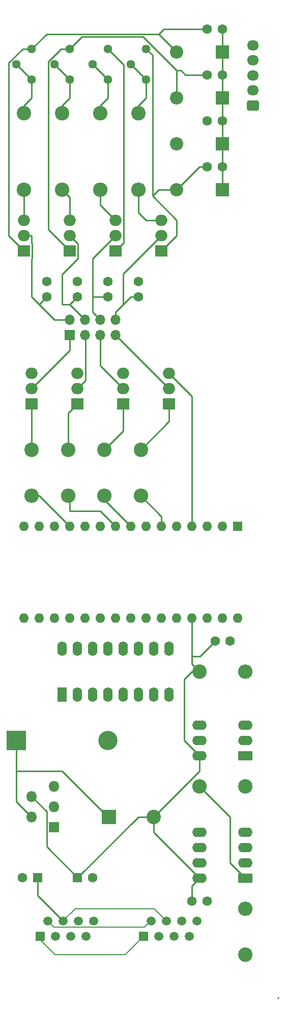
<source format=gbl>
G04 #@! TF.GenerationSoftware,KiCad,Pcbnew,8.0.4*
G04 #@! TF.CreationDate,2024-09-09T15:01:44+02:00*
G04 #@! TF.ProjectId,dmx_to_pwm,646d785f-746f-45f7-9077-6d2e6b696361,rev?*
G04 #@! TF.SameCoordinates,Original*
G04 #@! TF.FileFunction,Copper,L2,Bot*
G04 #@! TF.FilePolarity,Positive*
%FSLAX46Y46*%
G04 Gerber Fmt 4.6, Leading zero omitted, Abs format (unit mm)*
G04 Created by KiCad (PCBNEW 8.0.4) date 2024-09-09 15:01:44*
%MOMM*%
%LPD*%
G01*
G04 APERTURE LIST*
G04 Aperture macros list*
%AMRoundRect*
0 Rectangle with rounded corners*
0 $1 Rounding radius*
0 $2 $3 $4 $5 $6 $7 $8 $9 X,Y pos of 4 corners*
0 Add a 4 corners polygon primitive as box body*
4,1,4,$2,$3,$4,$5,$6,$7,$8,$9,$2,$3,0*
0 Add four circle primitives for the rounded corners*
1,1,$1+$1,$2,$3*
1,1,$1+$1,$4,$5*
1,1,$1+$1,$6,$7*
1,1,$1+$1,$8,$9*
0 Add four rect primitives between the rounded corners*
20,1,$1+$1,$2,$3,$4,$5,0*
20,1,$1+$1,$4,$5,$6,$7,0*
20,1,$1+$1,$6,$7,$8,$9,0*
20,1,$1+$1,$8,$9,$2,$3,0*%
G04 Aperture macros list end*
G04 #@! TA.AperFunction,ComponentPad*
%ADD10C,1.600000*%
G04 #@! TD*
G04 #@! TA.AperFunction,ComponentPad*
%ADD11R,2.200000X2.200000*%
G04 #@! TD*
G04 #@! TA.AperFunction,ComponentPad*
%ADD12O,2.200000X2.200000*%
G04 #@! TD*
G04 #@! TA.AperFunction,ComponentPad*
%ADD13C,1.440000*%
G04 #@! TD*
G04 #@! TA.AperFunction,ComponentPad*
%ADD14R,1.600000X1.600000*%
G04 #@! TD*
G04 #@! TA.AperFunction,ComponentPad*
%ADD15O,3.200000X3.200000*%
G04 #@! TD*
G04 #@! TA.AperFunction,ComponentPad*
%ADD16R,3.200000X3.200000*%
G04 #@! TD*
G04 #@! TA.AperFunction,ComponentPad*
%ADD17C,2.400000*%
G04 #@! TD*
G04 #@! TA.AperFunction,ComponentPad*
%ADD18O,2.400000X2.400000*%
G04 #@! TD*
G04 #@! TA.AperFunction,ComponentPad*
%ADD19R,2.000000X1.905000*%
G04 #@! TD*
G04 #@! TA.AperFunction,ComponentPad*
%ADD20O,2.000000X1.905000*%
G04 #@! TD*
G04 #@! TA.AperFunction,ComponentPad*
%ADD21C,1.500000*%
G04 #@! TD*
G04 #@! TA.AperFunction,ComponentPad*
%ADD22R,1.500000X1.500000*%
G04 #@! TD*
G04 #@! TA.AperFunction,ComponentPad*
%ADD23R,1.600000X2.400000*%
G04 #@! TD*
G04 #@! TA.AperFunction,ComponentPad*
%ADD24O,1.600000X2.400000*%
G04 #@! TD*
G04 #@! TA.AperFunction,ComponentPad*
%ADD25O,1.800000X1.800000*%
G04 #@! TD*
G04 #@! TA.AperFunction,ComponentPad*
%ADD26R,1.800000X1.800000*%
G04 #@! TD*
G04 #@! TA.AperFunction,ComponentPad*
%ADD27R,1.700000X1.700000*%
G04 #@! TD*
G04 #@! TA.AperFunction,ComponentPad*
%ADD28O,1.700000X1.700000*%
G04 #@! TD*
G04 #@! TA.AperFunction,ComponentPad*
%ADD29O,2.400000X1.600000*%
G04 #@! TD*
G04 #@! TA.AperFunction,ComponentPad*
%ADD30R,2.400000X1.600000*%
G04 #@! TD*
G04 #@! TA.AperFunction,ComponentPad*
%ADD31RoundRect,0.250000X0.725000X-0.600000X0.725000X0.600000X-0.725000X0.600000X-0.725000X-0.600000X0*%
G04 #@! TD*
G04 #@! TA.AperFunction,ComponentPad*
%ADD32O,1.950000X1.700000*%
G04 #@! TD*
G04 #@! TA.AperFunction,ComponentPad*
%ADD33R,2.400000X2.400000*%
G04 #@! TD*
G04 #@! TA.AperFunction,ComponentPad*
%ADD34O,1.600000X1.600000*%
G04 #@! TD*
G04 #@! TA.AperFunction,Conductor*
%ADD35C,0.250000*%
G04 #@! TD*
G04 #@! TA.AperFunction,Conductor*
%ADD36C,0.200000*%
G04 #@! TD*
G04 APERTURE END LIST*
D10*
X101600000Y-31750000D03*
X104100000Y-31750000D03*
X74930000Y-66080000D03*
X74930000Y-68580000D03*
D11*
X104140000Y-35560000D03*
D12*
X96520000Y-35560000D03*
D13*
X85090000Y-32510000D03*
X82550000Y-29970000D03*
X85090000Y-27430000D03*
D10*
X82510000Y-165040000D03*
D14*
X80010000Y-165040000D03*
D10*
X80010000Y-66080000D03*
X80010000Y-68580000D03*
D13*
X78740000Y-32510000D03*
X76200000Y-29970000D03*
X78740000Y-27430000D03*
D15*
X85090000Y-142240000D03*
D16*
X69850000Y-142240000D03*
D17*
X71120000Y-38100000D03*
D18*
X71120000Y-50800000D03*
D17*
X90170000Y-38100000D03*
D18*
X90170000Y-50800000D03*
D17*
X72390000Y-93980000D03*
D18*
X72390000Y-101600000D03*
D19*
X78740000Y-60960000D03*
D20*
X78740000Y-58420000D03*
X78740000Y-55880000D03*
D17*
X84490000Y-93980000D03*
D18*
X84490000Y-101600000D03*
D17*
X100330000Y-130810000D03*
D18*
X107950000Y-130810000D03*
D17*
X107950000Y-177800000D03*
D18*
X107950000Y-170180000D03*
D21*
X99857500Y-172220000D03*
X98587500Y-174760000D03*
X97317500Y-172220000D03*
X96047500Y-174760000D03*
X94777500Y-172220000D03*
X93507500Y-174760000D03*
X92237500Y-172220000D03*
D22*
X90967500Y-174760000D03*
D11*
X104140000Y-43180000D03*
D12*
X96520000Y-43180000D03*
D10*
X104100000Y-39370000D03*
X101600000Y-39370000D03*
D18*
X77470000Y-50800000D03*
D17*
X77470000Y-38100000D03*
D23*
X77470000Y-134620000D03*
D24*
X80010000Y-134620000D03*
X82550000Y-134620000D03*
X85090000Y-134620000D03*
X87630000Y-134620000D03*
X90170000Y-134620000D03*
X92710000Y-134620000D03*
X95250000Y-134620000D03*
X95250000Y-127000000D03*
X92710000Y-127000000D03*
X90170000Y-127000000D03*
X87630000Y-127000000D03*
X85090000Y-127000000D03*
X82550000Y-127000000D03*
X80010000Y-127000000D03*
X77470000Y-127000000D03*
D17*
X83820000Y-38100000D03*
D18*
X83820000Y-50800000D03*
D11*
X104140000Y-50800000D03*
D12*
X96520000Y-50800000D03*
D13*
X72390000Y-27430000D03*
X69850000Y-29970000D03*
X72390000Y-32510000D03*
D25*
X76090000Y-149840000D03*
X72390000Y-151540000D03*
X76090000Y-153240000D03*
X72390000Y-154940000D03*
D26*
X76090000Y-156640000D03*
D12*
X96520000Y-27940000D03*
D11*
X104140000Y-27940000D03*
D27*
X78740000Y-74930000D03*
D28*
X78740000Y-72390000D03*
X81280000Y-74930000D03*
X81280000Y-72390000D03*
X83820000Y-74930000D03*
X83820000Y-72390000D03*
X86360000Y-74930000D03*
X86360000Y-72390000D03*
D29*
X100330000Y-165100000D03*
X100330000Y-162560000D03*
X100330000Y-160020000D03*
X100330000Y-157480000D03*
X107950000Y-157480000D03*
X107950000Y-160020000D03*
X107950000Y-162560000D03*
D30*
X107950000Y-165100000D03*
D31*
X109220000Y-36830000D03*
D32*
X109220000Y-34330000D03*
X109220000Y-31830000D03*
X109220000Y-29330000D03*
X109220000Y-26830000D03*
D17*
X78440000Y-93980000D03*
D18*
X78440000Y-101600000D03*
D10*
X102910000Y-125730000D03*
X105410000Y-125730000D03*
D19*
X86360000Y-60960000D03*
D20*
X86360000Y-58420000D03*
X86360000Y-55880000D03*
D22*
X73782500Y-174760000D03*
D21*
X75052500Y-172220000D03*
X76322500Y-174760000D03*
X77592500Y-172220000D03*
X78862500Y-174760000D03*
X80132500Y-172220000D03*
X81402500Y-174760000D03*
X82672500Y-172220000D03*
D10*
X70871395Y-165040000D03*
D14*
X73371395Y-165040000D03*
D10*
X90170000Y-66080000D03*
X90170000Y-68580000D03*
X104100000Y-46990000D03*
X101600000Y-46990000D03*
D19*
X71120000Y-60960000D03*
D20*
X71120000Y-58420000D03*
X71120000Y-55880000D03*
D10*
X101560000Y-168910000D03*
X99060000Y-168910000D03*
D17*
X90540000Y-93980000D03*
D18*
X90540000Y-101600000D03*
D30*
X107950000Y-144780000D03*
D29*
X107950000Y-142240000D03*
X107950000Y-139700000D03*
X100330000Y-139700000D03*
X100330000Y-142240000D03*
X100330000Y-144780000D03*
D17*
X107950000Y-149860000D03*
D18*
X100330000Y-149860000D03*
D13*
X91440000Y-27430000D03*
X88900000Y-29970000D03*
X91440000Y-32510000D03*
D10*
X85090000Y-66080000D03*
X85090000Y-68580000D03*
D17*
X92710000Y-154940000D03*
D33*
X85210000Y-154940000D03*
D10*
X104100000Y-24130000D03*
X101600000Y-24130000D03*
D20*
X95250000Y-81280000D03*
X95250000Y-83820000D03*
D19*
X95250000Y-86360000D03*
D20*
X80010000Y-81280000D03*
X80010000Y-83820000D03*
D19*
X80010000Y-86360000D03*
X72390000Y-86360000D03*
D20*
X72390000Y-83820000D03*
X72390000Y-81280000D03*
D19*
X87630000Y-86360000D03*
D20*
X87630000Y-83820000D03*
X87630000Y-81280000D03*
D34*
X106680000Y-121920000D03*
X104140000Y-121920000D03*
X101600000Y-121920000D03*
X99060000Y-121920000D03*
X96520000Y-121920000D03*
X93980000Y-121920000D03*
X91440000Y-121920000D03*
X88900000Y-121920000D03*
X86360000Y-121920000D03*
X83820000Y-121920000D03*
X81280000Y-121920000D03*
X78740000Y-121920000D03*
X76200000Y-121920000D03*
X73660000Y-121920000D03*
X71120000Y-121920000D03*
X71120000Y-106680000D03*
X73660000Y-106680000D03*
X76200000Y-106680000D03*
X78740000Y-106680000D03*
X81280000Y-106680000D03*
X83820000Y-106680000D03*
X86360000Y-106680000D03*
X88900000Y-106680000D03*
X91440000Y-106680000D03*
X93980000Y-106680000D03*
X96520000Y-106680000D03*
X99060000Y-106680000D03*
X101600000Y-106680000D03*
X104140000Y-106680000D03*
D14*
X106680000Y-106680000D03*
D19*
X93980000Y-60960000D03*
D20*
X93980000Y-58420000D03*
X93980000Y-55880000D03*
D35*
X91440000Y-55880000D02*
X90170000Y-54610000D01*
X93980000Y-55880000D02*
X91440000Y-55880000D01*
X90170000Y-54610000D02*
X90170000Y-50800000D01*
X86360000Y-55880000D02*
X83820000Y-53340000D01*
X83820000Y-53340000D02*
X83820000Y-50800000D01*
X78740000Y-55880000D02*
X78740000Y-52070000D01*
X78740000Y-52070000D02*
X77470000Y-50800000D01*
X95250000Y-81280000D02*
X99060000Y-85090000D01*
X99060000Y-85090000D02*
X99060000Y-106680000D01*
D36*
X92237500Y-172220000D02*
X91187500Y-173270000D01*
X91187500Y-173270000D02*
X76102500Y-173270000D01*
X76102500Y-173270000D02*
X75052500Y-172220000D01*
D35*
X73660000Y-69850000D02*
X72390000Y-68580000D01*
X76200000Y-72390000D02*
X73660000Y-69850000D01*
X73660000Y-69850000D02*
X74930000Y-68580000D01*
X78740000Y-69850000D02*
X80010000Y-68580000D01*
X82550000Y-68580000D02*
X82550000Y-62230000D01*
X82550000Y-71120000D02*
X82550000Y-68580000D01*
X82550000Y-68580000D02*
X85090000Y-68580000D01*
X87630000Y-69850000D02*
X88900000Y-68580000D01*
X88900000Y-68580000D02*
X90170000Y-68580000D01*
X72390000Y-62292500D02*
X72445000Y-62237500D01*
X78740000Y-72390000D02*
X76200000Y-72390000D01*
X72445000Y-62237500D02*
X72445000Y-59737500D01*
X72390000Y-68580000D02*
X72390000Y-62292500D01*
X72445000Y-59737500D02*
X72390000Y-59682500D01*
X72390000Y-59682500D02*
X72390000Y-58420000D01*
X72390000Y-58420000D02*
X71120000Y-58420000D01*
X83820000Y-72390000D02*
X82550000Y-71120000D01*
X82550000Y-62230000D02*
X86360000Y-58420000D01*
X86360000Y-72390000D02*
X86360000Y-71120000D01*
X86360000Y-71120000D02*
X87630000Y-69850000D01*
X87630000Y-69850000D02*
X87630000Y-64770000D01*
X87630000Y-64770000D02*
X93980000Y-58420000D01*
X93530000Y-24950000D02*
X94350000Y-24130000D01*
X94350000Y-24130000D02*
X101600000Y-24130000D01*
X72390000Y-27430000D02*
X74870000Y-24950000D01*
X93530000Y-24950000D02*
X96520000Y-27940000D01*
X74870000Y-24950000D02*
X93530000Y-24950000D01*
X96520000Y-31032146D02*
X97237854Y-31032146D01*
X97237854Y-31032146D02*
X97955708Y-31750000D01*
X97955708Y-31750000D02*
X101600000Y-31750000D01*
X96520000Y-35560000D02*
X96520000Y-31032146D01*
X96520000Y-31032146D02*
X90887854Y-25400000D01*
X90887854Y-25400000D02*
X80770000Y-25400000D01*
X80770000Y-25400000D02*
X78740000Y-27430000D01*
X96520000Y-50800000D02*
X100330000Y-46990000D01*
X100330000Y-46990000D02*
X101600000Y-46990000D01*
X92485000Y-51845000D02*
X93530000Y-50800000D01*
X93530000Y-50800000D02*
X96520000Y-50800000D01*
X104100000Y-46990000D02*
X104100000Y-50760000D01*
X104100000Y-50760000D02*
X104140000Y-50800000D01*
X104140000Y-43180000D02*
X104140000Y-44450000D01*
X104140000Y-44450000D02*
X104100000Y-44490000D01*
X104100000Y-44490000D02*
X104100000Y-46990000D01*
X104100000Y-39370000D02*
X104100000Y-43140000D01*
X104100000Y-43140000D02*
X104140000Y-43180000D01*
X104140000Y-35560000D02*
X104140000Y-39330000D01*
X104140000Y-39330000D02*
X104100000Y-39370000D01*
X104100000Y-31750000D02*
X104100000Y-35520000D01*
X104100000Y-35520000D02*
X104140000Y-35560000D01*
X104140000Y-27940000D02*
X104140000Y-31710000D01*
X104140000Y-31710000D02*
X104100000Y-31750000D01*
X104100000Y-24130000D02*
X104100000Y-27900000D01*
X104100000Y-27900000D02*
X104140000Y-27940000D01*
X91440000Y-27430000D02*
X92485000Y-28475000D01*
X92485000Y-28475000D02*
X92485000Y-51845000D01*
X96520000Y-55880000D02*
X96520000Y-58420000D01*
X92485000Y-51845000D02*
X96520000Y-55880000D01*
X96520000Y-58420000D02*
X93980000Y-60960000D01*
X85090000Y-27430000D02*
X87685000Y-30025000D01*
X87685000Y-30025000D02*
X87685000Y-59635000D01*
X87685000Y-59635000D02*
X86360000Y-60960000D01*
X78740000Y-27430000D02*
X77262146Y-27430000D01*
X77262146Y-27430000D02*
X75155000Y-29537146D01*
X75155000Y-29537146D02*
X75155000Y-57375000D01*
X75155000Y-57375000D02*
X78740000Y-60960000D01*
X72390000Y-27430000D02*
X70912146Y-27430000D01*
X70912146Y-27430000D02*
X68580000Y-29762146D01*
X68580000Y-29762146D02*
X68580000Y-58420000D01*
X68580000Y-58420000D02*
X71120000Y-60960000D01*
X91440000Y-32510000D02*
X88900000Y-29970000D01*
X85090000Y-32510000D02*
X82550000Y-29970000D01*
X78740000Y-32510000D02*
X76200000Y-29970000D01*
X72390000Y-32510000D02*
X69850000Y-29970000D01*
X71120000Y-36830000D02*
X72390000Y-35560000D01*
X72390000Y-35560000D02*
X72390000Y-32510000D01*
X71120000Y-38100000D02*
X71120000Y-36830000D01*
X90170000Y-38100000D02*
X90170000Y-36830000D01*
X90170000Y-36830000D02*
X91440000Y-35560000D01*
X91440000Y-35560000D02*
X91440000Y-32510000D01*
X83820000Y-38100000D02*
X83820000Y-36830000D01*
X83820000Y-36830000D02*
X85090000Y-35560000D01*
X85090000Y-35560000D02*
X85090000Y-32510000D01*
X77470000Y-38100000D02*
X77470000Y-36830000D01*
X77470000Y-36830000D02*
X78740000Y-35560000D01*
X78740000Y-35560000D02*
X78740000Y-32510000D01*
X100330000Y-165100000D02*
X99060000Y-166370000D01*
X99060000Y-166370000D02*
X99060000Y-168910000D01*
X99060000Y-128270000D02*
X99060000Y-121920000D01*
X99060000Y-129540000D02*
X99060000Y-128270000D01*
X99060000Y-128270000D02*
X100370000Y-128270000D01*
X100370000Y-128270000D02*
X102910000Y-125730000D01*
X100330000Y-144780000D02*
X97790000Y-142240000D01*
X97790000Y-142240000D02*
X97790000Y-132080000D01*
X97790000Y-132080000D02*
X99060000Y-130810000D01*
X99060000Y-130810000D02*
X100330000Y-130810000D01*
X100330000Y-130810000D02*
X99060000Y-129540000D01*
X71120000Y-55880000D02*
X71120000Y-50800000D01*
X78740000Y-69850000D02*
X77470000Y-69850000D01*
X77470000Y-64832500D02*
X80065000Y-62237500D01*
X81280000Y-72390000D02*
X78740000Y-69850000D01*
X80065000Y-59745000D02*
X78740000Y-58420000D01*
X77470000Y-69850000D02*
X77470000Y-64832500D01*
X80065000Y-62237500D02*
X80065000Y-59745000D01*
X95250000Y-83820000D02*
X86360000Y-74930000D01*
X87630000Y-83820000D02*
X83820000Y-80010000D01*
X83820000Y-80010000D02*
X83820000Y-74930000D01*
X80010000Y-83820000D02*
X81335000Y-82495000D01*
X81335000Y-82495000D02*
X81335000Y-74985000D01*
X81335000Y-74985000D02*
X81280000Y-74930000D01*
X72390000Y-83820000D02*
X78740000Y-77470000D01*
X78740000Y-77470000D02*
X78740000Y-74930000D01*
X90540000Y-93980000D02*
X95250000Y-89270000D01*
X95250000Y-89270000D02*
X95250000Y-86360000D01*
X84490000Y-93980000D02*
X87630000Y-90840000D01*
X87630000Y-90840000D02*
X87630000Y-86360000D01*
X78440000Y-93980000D02*
X78440000Y-87930000D01*
X78440000Y-87930000D02*
X80010000Y-86360000D01*
X72390000Y-93980000D02*
X72390000Y-86360000D01*
X93980000Y-106680000D02*
X93980000Y-105040000D01*
X93980000Y-105040000D02*
X90540000Y-101600000D01*
X88900000Y-106680000D02*
X84490000Y-102270000D01*
X84490000Y-102270000D02*
X84490000Y-101600000D01*
X83820000Y-104140000D02*
X78740000Y-104140000D01*
X86360000Y-106680000D02*
X83820000Y-104140000D01*
X78740000Y-104140000D02*
X78740000Y-101900000D01*
X78740000Y-101900000D02*
X78440000Y-101600000D01*
X78740000Y-106680000D02*
X73660000Y-101600000D01*
X73660000Y-101600000D02*
X72390000Y-101600000D01*
X72390000Y-154940000D02*
X69850000Y-152400000D01*
X69850000Y-152400000D02*
X69850000Y-147320000D01*
X77470000Y-147320000D02*
X69850000Y-147320000D01*
X69850000Y-147320000D02*
X69850000Y-142240000D01*
X105410000Y-154940000D02*
X105410000Y-162560000D01*
X100330000Y-149860000D02*
X105410000Y-154940000D01*
X105410000Y-162560000D02*
X107950000Y-165100000D01*
X92710000Y-154940000D02*
X100330000Y-147320000D01*
X100330000Y-147320000D02*
X100330000Y-144780000D01*
D36*
X77565000Y-172220000D02*
X79605000Y-170180000D01*
X79605000Y-170180000D02*
X92737500Y-170180000D01*
X92737500Y-170180000D02*
X94777500Y-172220000D01*
D35*
X73371395Y-165040000D02*
X73371395Y-167998895D01*
X73371395Y-167998895D02*
X77592500Y-172220000D01*
D36*
X76245000Y-177800000D02*
X73782500Y-175337500D01*
X73782500Y-175337500D02*
X73782500Y-174760000D01*
D35*
X77470000Y-147320000D02*
X85090000Y-154940000D01*
X85090000Y-154940000D02*
X85210000Y-154940000D01*
X80010000Y-165040000D02*
X90110000Y-154940000D01*
X90110000Y-154940000D02*
X92710000Y-154940000D01*
X100330000Y-165100000D02*
X92710000Y-157480000D01*
X92710000Y-157480000D02*
X92710000Y-154940000D01*
D36*
X87927500Y-177800000D02*
X76245000Y-177800000D01*
X90967500Y-174760000D02*
X87927500Y-177800000D01*
D35*
X113381777Y-184985000D02*
X113455000Y-184911777D01*
X80010000Y-165040000D02*
X74865000Y-159895000D01*
X74865000Y-159895000D02*
X74865000Y-154015000D01*
X74865000Y-154015000D02*
X72390000Y-151540000D01*
M02*

</source>
